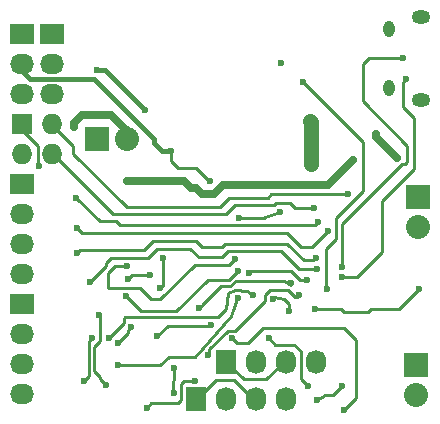
<source format=gbr>
G04 #@! TF.FileFunction,Copper,L2,Bot,Signal*
%FSLAX46Y46*%
G04 Gerber Fmt 4.6, Leading zero omitted, Abs format (unit mm)*
G04 Created by KiCad (PCBNEW 4.0.4-stable) date 11/23/16 11:35:12*
%MOMM*%
%LPD*%
G01*
G04 APERTURE LIST*
%ADD10C,0.100000*%
%ADD11O,0.950000X1.400000*%
%ADD12O,1.550000X1.200000*%
%ADD13R,1.727200X2.032000*%
%ADD14O,1.727200X2.032000*%
%ADD15R,2.032000X1.727200*%
%ADD16O,2.032000X1.727200*%
%ADD17R,1.727200X1.727200*%
%ADD18O,1.727200X1.727200*%
%ADD19R,2.032000X2.032000*%
%ADD20O,2.032000X2.032000*%
%ADD21C,0.600000*%
%ADD22C,0.250000*%
%ADD23C,0.635000*%
%ADD24C,1.270000*%
%ADD25C,0.400000*%
G04 APERTURE END LIST*
D10*
D11*
X102132960Y-106196400D03*
X102132960Y-101196400D03*
D12*
X104832960Y-107196400D03*
X104832960Y-100196400D03*
D13*
X88328500Y-129349500D03*
D14*
X90868500Y-129349500D03*
X93408500Y-129349500D03*
X95948500Y-129349500D03*
D15*
X71120000Y-114300000D03*
D16*
X71120000Y-116840000D03*
X71120000Y-119380000D03*
X71120000Y-121920000D03*
D17*
X71120000Y-109220000D03*
D18*
X73660000Y-109220000D03*
X71120000Y-111760000D03*
X73660000Y-111760000D03*
D13*
X85788500Y-132524500D03*
D14*
X88328500Y-132524500D03*
X90868500Y-132524500D03*
X93408500Y-132524500D03*
D15*
X71120000Y-124460000D03*
D16*
X71120000Y-127000000D03*
X71120000Y-129540000D03*
X71120000Y-132080000D03*
D19*
X77470000Y-110490000D03*
D20*
X80010000Y-110490000D03*
D19*
X104470200Y-129616200D03*
D20*
X104470200Y-132156200D03*
D15*
X71120000Y-101600000D03*
D16*
X71120000Y-104140000D03*
X71120000Y-106680000D03*
D15*
X73660000Y-101600000D03*
D16*
X73660000Y-104140000D03*
X73660000Y-106680000D03*
D19*
X104597200Y-115392200D03*
D20*
X104597200Y-117932200D03*
D21*
X93014800Y-104063800D03*
X85750400Y-130962400D03*
X81635600Y-133248400D03*
X101041200Y-110083600D03*
X102793800Y-112090200D03*
X95199200Y-122428000D03*
X90271600Y-121843800D03*
X98145600Y-131419600D03*
X96062800Y-132562600D03*
X95504000Y-108966000D03*
X95567500Y-112585500D03*
X79222600Y-127762000D03*
X80289400Y-126390400D03*
X75514200Y-109474000D03*
X80060800Y-122326400D03*
X81940400Y-122021600D03*
X104724200Y-123215400D03*
X95885000Y-124891800D03*
X99123500Y-112268000D03*
X79946500Y-114046000D03*
X94513400Y-123723400D03*
X86817200Y-128803400D03*
X77470000Y-104648000D03*
X81534000Y-108077000D03*
X72491600Y-112826800D03*
X87020400Y-114071400D03*
X83693000Y-111506000D03*
X92900500Y-116649500D03*
X89471500Y-117157500D03*
X90614500Y-123698000D03*
X78422500Y-127381000D03*
X89344500Y-123952000D03*
X79184500Y-129603500D03*
X80010000Y-121285000D03*
X89154000Y-120650000D03*
X79883000Y-123825000D03*
X89344500Y-121666000D03*
X93662500Y-125031500D03*
X92329000Y-124015500D03*
X98323400Y-133477000D03*
X88849200Y-127355600D03*
X91973400Y-127355600D03*
X95326200Y-131445000D03*
X96875600Y-123215400D03*
X94894400Y-105714800D03*
X103581200Y-105410000D03*
X98145600Y-122174000D03*
X103301800Y-103657400D03*
X98171000Y-121361200D03*
X96075500Y-121539000D03*
X76835000Y-122618500D03*
X95948500Y-120586500D03*
X75755500Y-120142000D03*
X96964500Y-118300500D03*
X75755500Y-118046500D03*
X96139000Y-117538500D03*
X75692000Y-115506500D03*
X98679000Y-115189000D03*
X95821500Y-116332000D03*
X93827600Y-122656600D03*
X86106000Y-124841000D03*
X87122000Y-126238000D03*
X82550000Y-127190500D03*
X83921600Y-132029200D03*
X83921600Y-129895600D03*
X82981800Y-120599200D03*
X82804000Y-123088400D03*
X78206600Y-131318000D03*
X77597000Y-125399800D03*
X76327000Y-131013200D03*
X77012800Y-127355600D03*
D22*
X93408500Y-129349500D02*
X93256100Y-129349500D01*
X93256100Y-129349500D02*
X91744800Y-130860800D01*
X89839800Y-130860800D02*
X88328500Y-129349500D01*
X91744800Y-130860800D02*
X89839800Y-130860800D01*
X85788500Y-132524500D02*
X85915500Y-132524500D01*
X85915500Y-132524500D02*
X87528400Y-130911600D01*
X89052400Y-130911600D02*
X90665300Y-132524500D01*
X87528400Y-130911600D02*
X89052400Y-130911600D01*
X90665300Y-132524500D02*
X90868500Y-132524500D01*
X84836000Y-130962400D02*
X85750400Y-130962400D01*
X84582000Y-131216400D02*
X84836000Y-130962400D01*
X84582000Y-132588000D02*
X84582000Y-131216400D01*
X84277200Y-132892800D02*
X84582000Y-132588000D01*
X81991200Y-132892800D02*
X84277200Y-132892800D01*
X81635600Y-133248400D02*
X81991200Y-132892800D01*
X88328500Y-132524500D02*
X88328500Y-132676900D01*
D23*
X101041200Y-110337600D02*
X101041200Y-110083600D01*
X102793800Y-112090200D02*
X101041200Y-110337600D01*
D22*
X94640400Y-122428000D02*
X95199200Y-122428000D01*
X93878400Y-121666000D02*
X94640400Y-122428000D01*
X90449400Y-121666000D02*
X93878400Y-121666000D01*
X90271600Y-121843800D02*
X90449400Y-121666000D01*
X97383600Y-132181600D02*
X98145600Y-131419600D01*
X96697800Y-132181600D02*
X97383600Y-132181600D01*
X96062800Y-132562600D02*
X96697800Y-132181600D01*
D24*
X95567500Y-112585500D02*
X95567500Y-109029500D01*
X95567500Y-109029500D02*
X95504000Y-108966000D01*
D22*
X80035400Y-126949200D02*
X79222600Y-127762000D01*
X80035400Y-126644400D02*
X80035400Y-126949200D01*
X80289400Y-126390400D02*
X80035400Y-126644400D01*
D23*
X75514200Y-109474000D02*
X75514200Y-109118400D01*
X80010000Y-110490000D02*
X80010000Y-109829600D01*
X80010000Y-109829600D02*
X78638400Y-108458000D01*
X78638400Y-108458000D02*
X76174600Y-108458000D01*
X76174600Y-108458000D02*
X75514200Y-109118400D01*
D22*
X80010000Y-109829600D02*
X78638400Y-108458000D01*
X75514200Y-109118400D02*
X75514200Y-109474000D01*
X76174600Y-108458000D02*
X75514200Y-109118400D01*
X78638400Y-108458000D02*
X76174600Y-108458000D01*
X80060800Y-122326400D02*
X80365600Y-122021600D01*
X80365600Y-122021600D02*
X81940400Y-122021600D01*
D23*
X80010000Y-110490000D02*
X80010000Y-109728000D01*
D22*
X103022400Y-124917200D02*
X104724200Y-123215400D01*
X100660200Y-124917200D02*
X103022400Y-124917200D01*
X100406200Y-125171200D02*
X100660200Y-124917200D01*
X98374200Y-125171200D02*
X100406200Y-125171200D01*
X98094800Y-124891800D02*
X98374200Y-125171200D01*
X95885000Y-124891800D02*
X98094800Y-124891800D01*
D23*
X97980500Y-113411000D02*
X99123500Y-112268000D01*
X97028000Y-114363500D02*
X97980500Y-113411000D01*
X88138000Y-114363500D02*
X97028000Y-114363500D01*
X87312500Y-115189000D02*
X88138000Y-114363500D01*
X86360000Y-115189000D02*
X87312500Y-115189000D01*
X85852000Y-114681000D02*
X86360000Y-115189000D01*
X85407500Y-114681000D02*
X85852000Y-114681000D01*
X84772500Y-114046000D02*
X85407500Y-114681000D01*
X79946500Y-114046000D02*
X84772500Y-114046000D01*
D22*
X94386400Y-123850400D02*
X94513400Y-123723400D01*
X94157800Y-123850400D02*
X94386400Y-123850400D01*
X93573600Y-123266200D02*
X94157800Y-123850400D01*
X92049600Y-123266200D02*
X93573600Y-123266200D01*
X91617800Y-123698000D02*
X92049600Y-123266200D01*
X91617800Y-124206000D02*
X91617800Y-123698000D01*
X89103200Y-126720600D02*
X91617800Y-124206000D01*
X88519000Y-126720600D02*
X89103200Y-126720600D01*
X86918800Y-128320800D02*
X88519000Y-126720600D01*
X86918800Y-128701800D02*
X86918800Y-128320800D01*
X86817200Y-128803400D02*
X86918800Y-128701800D01*
D25*
X78105000Y-104648000D02*
X77470000Y-104648000D01*
X81534000Y-108077000D02*
X78105000Y-104648000D01*
D22*
X72491600Y-112826800D02*
X72466200Y-112801400D01*
X72466200Y-112801400D02*
X72466200Y-111099600D01*
X72466200Y-111099600D02*
X71120000Y-109753400D01*
X71120000Y-109753400D02*
X71120000Y-109220000D01*
D25*
X71120000Y-109220000D02*
X71120000Y-109474000D01*
D22*
X83693000Y-112344200D02*
X83693000Y-111506000D01*
X84302600Y-112953800D02*
X83693000Y-112344200D01*
X85852000Y-112953800D02*
X84302600Y-112953800D01*
X86766400Y-113868200D02*
X85852000Y-112953800D01*
X86817200Y-113868200D02*
X86766400Y-113868200D01*
X87020400Y-114071400D02*
X86817200Y-113868200D01*
D25*
X71120000Y-104140000D02*
X71120000Y-104775000D01*
X71120000Y-104775000D02*
X71755000Y-105410000D01*
X71755000Y-105410000D02*
X77216000Y-105410000D01*
X77216000Y-105410000D02*
X82296000Y-110490000D01*
X82296000Y-110490000D02*
X82296000Y-110871000D01*
X82296000Y-110871000D02*
X82931000Y-111506000D01*
X82931000Y-111506000D02*
X83693000Y-111506000D01*
D22*
X92202000Y-116967000D02*
X92900500Y-116649500D01*
X91630500Y-117094000D02*
X92202000Y-116967000D01*
X91567000Y-117157500D02*
X91630500Y-117094000D01*
X89471500Y-117157500D02*
X91567000Y-117157500D01*
X90106500Y-123380500D02*
X90614500Y-123698000D01*
X89154000Y-123253500D02*
X90106500Y-123380500D01*
X88519000Y-123571000D02*
X89154000Y-123253500D01*
X88392000Y-124904500D02*
X88519000Y-123571000D01*
X87693500Y-125603000D02*
X88392000Y-124904500D01*
X79819500Y-125603000D02*
X87693500Y-125603000D01*
X79756000Y-125666500D02*
X79819500Y-125603000D01*
X79756000Y-126047500D02*
X79756000Y-125666500D01*
X78422500Y-127381000D02*
X79756000Y-126047500D01*
X89281000Y-124015500D02*
X89344500Y-123952000D01*
X88773000Y-125476000D02*
X89281000Y-124015500D01*
X85725000Y-128968500D02*
X88773000Y-125476000D01*
X83502500Y-128968500D02*
X85725000Y-128968500D01*
X82804000Y-129667000D02*
X83502500Y-128968500D01*
X79248000Y-129667000D02*
X82804000Y-129667000D01*
X79184500Y-129603500D02*
X79248000Y-129667000D01*
X78930500Y-121285000D02*
X80010000Y-121285000D01*
X78359000Y-121856500D02*
X78930500Y-121285000D01*
X78359000Y-123126500D02*
X78359000Y-121856500D01*
X81089500Y-123126500D02*
X78359000Y-123126500D01*
X82042000Y-124079000D02*
X81089500Y-123126500D01*
X82804000Y-124079000D02*
X82042000Y-124079000D01*
X85725000Y-121158000D02*
X82804000Y-124079000D01*
X88646000Y-121158000D02*
X85725000Y-121158000D01*
X89154000Y-120650000D02*
X88646000Y-121158000D01*
X81153000Y-125095000D02*
X79883000Y-123825000D01*
X84137500Y-125095000D02*
X81153000Y-125095000D01*
X86804500Y-122428000D02*
X84137500Y-125095000D01*
X88582500Y-122428000D02*
X86804500Y-122428000D01*
X89344500Y-121666000D02*
X88582500Y-122428000D01*
X93662500Y-124460000D02*
X93662500Y-125031500D01*
X93281500Y-124079000D02*
X93662500Y-124460000D01*
X92456000Y-123888500D02*
X93281500Y-124079000D01*
X92329000Y-124015500D02*
X92456000Y-123888500D01*
X99390200Y-132410200D02*
X98323400Y-133477000D01*
X99390200Y-127558800D02*
X99390200Y-132410200D01*
X98348800Y-126517400D02*
X99390200Y-127558800D01*
X91516200Y-126517400D02*
X98348800Y-126517400D01*
X90220800Y-127812800D02*
X91516200Y-126517400D01*
X89306400Y-127812800D02*
X90220800Y-127812800D01*
X88849200Y-127355600D02*
X89306400Y-127812800D01*
X92532200Y-127914400D02*
X91973400Y-127355600D01*
X94107000Y-127914400D02*
X92532200Y-127914400D01*
X94665800Y-128473200D02*
X94107000Y-127914400D01*
X94665800Y-130784600D02*
X94665800Y-128473200D01*
X95326200Y-131445000D02*
X94665800Y-130784600D01*
X96799400Y-123139200D02*
X96875600Y-123215400D01*
X96799400Y-119837200D02*
X96799400Y-123139200D01*
X97663000Y-118973600D02*
X96799400Y-119837200D01*
X97663000Y-117195600D02*
X97663000Y-118973600D01*
X99974400Y-114884200D02*
X97663000Y-117195600D01*
X99974400Y-110794800D02*
X99974400Y-114884200D01*
X94894400Y-105714800D02*
X99974400Y-110794800D01*
X103301800Y-105689400D02*
X103581200Y-105410000D01*
X103301800Y-107823000D02*
X103301800Y-105689400D01*
X104241600Y-108762800D02*
X103301800Y-107823000D01*
X104241600Y-113055400D02*
X104241600Y-108762800D01*
X101549200Y-115747800D02*
X104241600Y-113055400D01*
X101549200Y-120065800D02*
X101549200Y-115747800D01*
X99415600Y-122199400D02*
X101549200Y-120065800D01*
X98171000Y-122199400D02*
X99415600Y-122199400D01*
X98145600Y-122174000D02*
X98171000Y-122199400D01*
X100431600Y-103657400D02*
X103301800Y-103657400D01*
X99923600Y-104165400D02*
X100431600Y-103657400D01*
X99923600Y-107315000D02*
X99923600Y-104165400D01*
X103708200Y-111099600D02*
X99923600Y-107315000D01*
X103708200Y-112471200D02*
X103708200Y-111099600D01*
X103530400Y-112649000D02*
X103708200Y-112471200D01*
X103225600Y-112649000D02*
X103530400Y-112649000D01*
X98145600Y-117729000D02*
X103225600Y-112649000D01*
X98145600Y-121335800D02*
X98145600Y-117729000D01*
X98171000Y-121361200D02*
X98145600Y-121335800D01*
X94551500Y-121539000D02*
X96075500Y-121539000D01*
X93027500Y-120015000D02*
X94551500Y-121539000D01*
X88519000Y-120015000D02*
X93027500Y-120015000D01*
X88011000Y-120523000D02*
X88519000Y-120015000D01*
X86042500Y-120523000D02*
X88011000Y-120523000D01*
X85344000Y-119824500D02*
X86042500Y-120523000D01*
X82550000Y-119824500D02*
X85344000Y-119824500D01*
X81788000Y-120586500D02*
X82550000Y-119824500D01*
X78613000Y-120586500D02*
X81788000Y-120586500D01*
X78232000Y-120967500D02*
X78613000Y-120586500D01*
X78232000Y-121221500D02*
X78232000Y-120967500D01*
X76835000Y-122618500D02*
X78232000Y-121221500D01*
X95758000Y-120777000D02*
X95948500Y-120586500D01*
X94932500Y-120777000D02*
X95758000Y-120777000D01*
X93535500Y-119380000D02*
X94932500Y-120777000D01*
X88265000Y-119380000D02*
X93535500Y-119380000D01*
X88011000Y-119634000D02*
X88265000Y-119380000D01*
X86296500Y-119634000D02*
X88011000Y-119634000D01*
X85788500Y-119126000D02*
X86296500Y-119634000D01*
X82169000Y-119126000D02*
X85788500Y-119126000D01*
X81407000Y-119888000D02*
X82169000Y-119126000D01*
X76009500Y-119888000D02*
X81407000Y-119888000D01*
X75755500Y-120142000D02*
X76009500Y-119888000D01*
X95631000Y-119634000D02*
X96964500Y-118300500D01*
X94678500Y-119634000D02*
X95631000Y-119634000D01*
X93535500Y-118491000D02*
X94678500Y-119634000D01*
X76200000Y-118491000D02*
X93535500Y-118491000D01*
X75755500Y-118046500D02*
X76200000Y-118491000D01*
X95885000Y-117792500D02*
X96139000Y-117538500D01*
X79375000Y-117792500D02*
X95885000Y-117792500D01*
X79057500Y-117475000D02*
X79375000Y-117792500D01*
X77660500Y-117475000D02*
X79057500Y-117475000D01*
X75692000Y-115506500D02*
X77660500Y-117475000D01*
X73660000Y-109220000D02*
X73660000Y-109283500D01*
X73660000Y-109283500D02*
X75438000Y-111061500D01*
X75438000Y-111061500D02*
X75438000Y-111760000D01*
X75438000Y-111760000D02*
X79946500Y-116268500D01*
X79946500Y-116268500D02*
X87820500Y-116268500D01*
X87820500Y-116268500D02*
X88582500Y-115506500D01*
X88582500Y-115506500D02*
X91884500Y-115506500D01*
X91884500Y-115506500D02*
X92202000Y-115189000D01*
X92202000Y-115189000D02*
X98679000Y-115189000D01*
X73660000Y-111760000D02*
X73723500Y-111760000D01*
X73723500Y-111760000D02*
X78803500Y-116840000D01*
X78803500Y-116840000D02*
X88328500Y-116840000D01*
X88328500Y-116840000D02*
X89090500Y-116078000D01*
X89090500Y-116078000D02*
X92392500Y-116078000D01*
X92392500Y-116078000D02*
X92583000Y-115887500D01*
X92583000Y-115887500D02*
X93789500Y-115887500D01*
X93789500Y-115887500D02*
X94234000Y-116332000D01*
X94234000Y-116332000D02*
X95821500Y-116332000D01*
X93827600Y-122847100D02*
X93827600Y-122656600D01*
X93281500Y-122491500D02*
X93827600Y-122847100D01*
X89155398Y-122491500D02*
X93281500Y-122491500D01*
X88706992Y-122939906D02*
X89155398Y-122491500D01*
X87943594Y-122939906D02*
X88706992Y-122939906D01*
X86296500Y-124587000D02*
X87943594Y-122939906D01*
X86296500Y-124650500D02*
X86296500Y-124587000D01*
X86106000Y-124841000D02*
X86296500Y-124650500D01*
X87058500Y-126301500D02*
X87122000Y-126238000D01*
X83439000Y-126301500D02*
X87058500Y-126301500D01*
X82550000Y-127190500D02*
X83439000Y-126301500D01*
X83921600Y-132029200D02*
X83870800Y-131978400D01*
X83870800Y-131978400D02*
X83921600Y-129895600D01*
X82981800Y-122910600D02*
X82981800Y-120599200D01*
X82804000Y-123088400D02*
X82981800Y-122910600D01*
X78206600Y-131318000D02*
X77673200Y-130784600D01*
X77673200Y-130784600D02*
X77673200Y-130639398D01*
X77673200Y-130639398D02*
X77183402Y-130149600D01*
X77183402Y-130149600D02*
X77183402Y-128099398D01*
X77183402Y-128099398D02*
X77673200Y-127609600D01*
X77673200Y-127609600D02*
X77673200Y-125476000D01*
X77673200Y-125476000D02*
X77597000Y-125399800D01*
X76327000Y-131013200D02*
X76733400Y-130606800D01*
X76733400Y-130606800D02*
X76733400Y-127635000D01*
X76733400Y-127635000D02*
X77012800Y-127355600D01*
M02*

</source>
